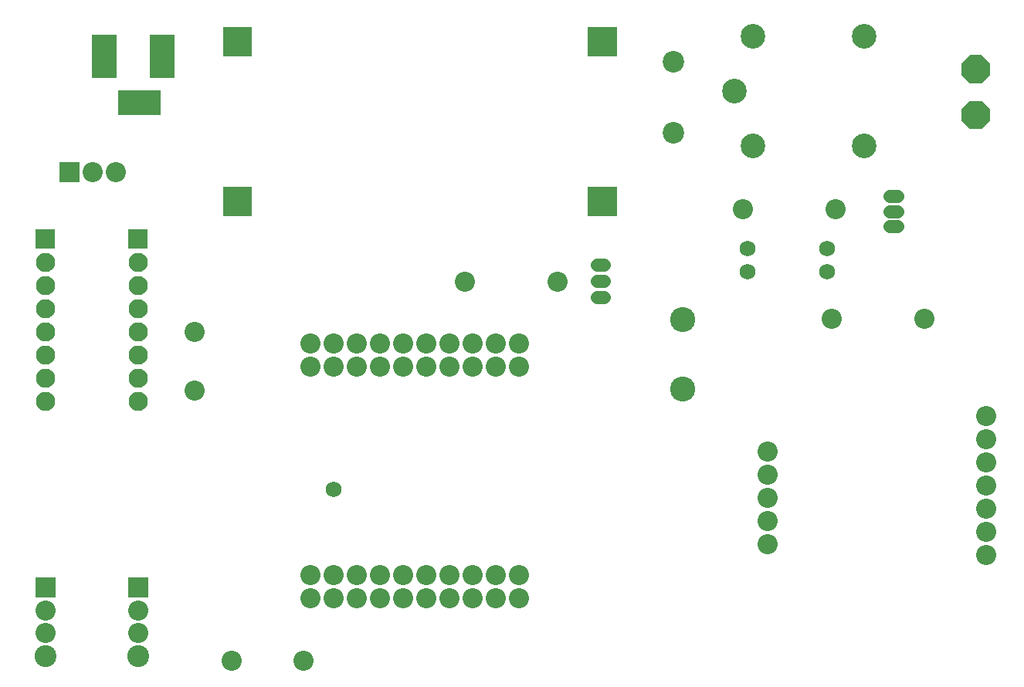
<source format=gbs>
G04 Layer: BottomSolderMaskLayer*
G04 EasyEDA v6.4.19.5, 2021-05-28T19:21:40+07:00*
G04 6e6706e82e5b4a748e8d5c8c40211ff5,daa0c75fb02d462d8576232f80c62aaa,10*
G04 Gerber Generator version 0.2*
G04 Scale: 100 percent, Rotated: No, Reflected: No *
G04 Dimensions in millimeters *
G04 leading zeros omitted , absolute positions ,4 integer and 5 decimal *
%FSLAX45Y45*%
%MOMM*%

%ADD35C,1.4032*%
%ADD36C,2.2032*%
%ADD37C,1.7272*%
%ADD40C,2.7432*%
%ADD41C,2.3622*%
%ADD43C,2.7032*%
%ADD45C,2.2040*%
%ADD46C,2.4032*%
%ADD49C,2.1016*%

%LPD*%
D35*
X10479399Y5943600D02*
G01*
X10399400Y5943600D01*
X10479399Y5778500D02*
G01*
X10399400Y5778500D01*
X10479399Y5613400D02*
G01*
X10399400Y5613400D01*
X7266299Y4838700D02*
G01*
X7186300Y4838700D01*
X7186300Y5016500D02*
G01*
X7266299Y5016500D01*
X7266299Y5194300D02*
G01*
X7186300Y5194300D01*
D36*
G01*
X2781300Y4457700D03*
G01*
X2781300Y3810000D03*
D37*
G01*
X4305300Y2730500D03*
G36*
X1936495Y6835139D02*
G01*
X1936495Y7109460D01*
X2406904Y7109460D01*
X2406904Y6835139D01*
G37*
G36*
X1653539Y7245095D02*
G01*
X1653539Y7715504D01*
X1927860Y7715504D01*
X1927860Y7245095D01*
G37*
G36*
X2288540Y7245095D02*
G01*
X2288540Y7715504D01*
X2562859Y7715504D01*
X2562859Y7245095D01*
G37*
D40*
G01*
X8128000Y3828999D03*
G01*
X8128000Y4590999D03*
D36*
G01*
X9766300Y4597400D03*
G01*
X10782300Y4597400D03*
G01*
X9804400Y5803900D03*
G01*
X8788400Y5803900D03*
G01*
X5740400Y5003800D03*
G01*
X6756400Y5003800D03*
D41*
G01*
X8026400Y6642100D03*
G01*
X8026400Y7416800D03*
G36*
X3088131Y7479792D02*
G01*
X3088131Y7800086D01*
X3408679Y7800086D01*
X3408679Y7479792D01*
G37*
G36*
X3088131Y5729731D02*
G01*
X3088131Y6050279D01*
X3408679Y6050279D01*
X3408679Y5729731D01*
G37*
G36*
X7088124Y7479792D02*
G01*
X7088124Y7800086D01*
X7408672Y7800086D01*
X7408672Y7479792D01*
G37*
G36*
X7088124Y5729731D02*
G01*
X7088124Y6050279D01*
X7408672Y6050279D01*
X7408672Y5729731D01*
G37*
D43*
G01*
X8699500Y7099300D03*
G01*
X8899397Y6499301D03*
G01*
X8899397Y7699298D03*
G01*
X10119385Y7699298D03*
G01*
X10119385Y6499301D03*
D36*
G01*
X11457940Y3530600D03*
G01*
X9065259Y2127757D03*
G01*
X9065259Y3143757D03*
G01*
X9065259Y2889757D03*
G01*
X9065259Y2635757D03*
G01*
X9065259Y2381757D03*
G01*
X11457940Y3276600D03*
G01*
X11457940Y3022600D03*
G01*
X11457940Y2768600D03*
G01*
X11457940Y2514600D03*
G01*
X11457940Y2260600D03*
G01*
X11457940Y2006600D03*
G36*
X11276584Y6679437D02*
G01*
X11185397Y6770623D01*
X11185397Y6899655D01*
X11276584Y6990842D01*
X11405615Y6990842D01*
X11496802Y6899655D01*
X11496802Y6770623D01*
X11405615Y6679437D01*
G37*
G36*
X11276584Y7182358D02*
G01*
X11185397Y7273544D01*
X11185397Y7402576D01*
X11276584Y7493762D01*
X11405615Y7493762D01*
X11496802Y7402576D01*
X11496802Y7273544D01*
X11405615Y7182358D01*
G37*
G36*
X2048763Y1540763D02*
G01*
X2048763Y1761236D01*
X2269236Y1761236D01*
X2269236Y1540763D01*
G37*
D45*
G01*
X2159000Y1400987D03*
D36*
G01*
X2159000Y1151001D03*
D46*
G01*
X2159000Y900988D03*
G36*
X1032763Y1540763D02*
G01*
X1032763Y1761236D01*
X1253236Y1761236D01*
X1253236Y1540763D01*
G37*
D45*
G01*
X1143000Y1400987D03*
D36*
G01*
X1143000Y1151001D03*
D46*
G01*
X1143000Y900988D03*
D37*
G01*
X8838006Y5118100D03*
G01*
X8838006Y5368112D03*
G01*
X9713010Y5118100D03*
G01*
X9713010Y5368112D03*
D36*
G01*
X3187700Y850900D03*
G01*
X3975100Y850900D03*
G01*
X1663700Y6210300D03*
G36*
X1299463Y6100063D02*
G01*
X1299463Y6320536D01*
X1519936Y6320536D01*
X1519936Y6100063D01*
G37*
G01*
X1917700Y6210300D03*
G36*
X1037844Y5368544D02*
G01*
X1037844Y5578855D01*
X1248155Y5578855D01*
X1248155Y5368544D01*
G37*
D49*
G01*
X1143000Y5219700D03*
G01*
X1143000Y4965700D03*
G01*
X1143000Y4711700D03*
G01*
X1143000Y4457700D03*
G01*
X1143000Y4203700D03*
G01*
X1143000Y3949700D03*
G01*
X1143000Y3695700D03*
G36*
X2053843Y5368544D02*
G01*
X2053843Y5578855D01*
X2264156Y5578855D01*
X2264156Y5368544D01*
G37*
G01*
X2159000Y5219700D03*
G01*
X2159000Y4965700D03*
G01*
X2159000Y4711700D03*
G01*
X2159000Y4457700D03*
G01*
X2159000Y4203700D03*
G01*
X2159000Y3949700D03*
G01*
X2159000Y3695700D03*
D36*
G01*
X6337300Y4330700D03*
G01*
X6337300Y1790700D03*
G01*
X6337300Y4076700D03*
G01*
X6337300Y1536700D03*
G01*
X6083300Y4330700D03*
G01*
X6083300Y1790700D03*
G01*
X6083300Y4076700D03*
G01*
X6083300Y1536700D03*
G01*
X5829300Y4330700D03*
G01*
X5829300Y1790700D03*
G01*
X5829300Y4076700D03*
G01*
X5829300Y1536700D03*
G01*
X5575300Y4330700D03*
G01*
X5575300Y1790700D03*
G01*
X5575300Y4076700D03*
G01*
X5575300Y1536700D03*
G01*
X5321300Y4330700D03*
G01*
X5321300Y1790700D03*
G01*
X5321300Y4076700D03*
G01*
X5321300Y1536700D03*
G01*
X5067300Y4330700D03*
G01*
X5067300Y1790700D03*
G01*
X5067300Y4076700D03*
G01*
X5067300Y1536700D03*
G01*
X4813300Y4330700D03*
G01*
X4813300Y1790700D03*
G01*
X4813300Y4076700D03*
G01*
X4813300Y1536700D03*
G01*
X4559300Y4330700D03*
G01*
X4559300Y1790700D03*
G01*
X4559300Y4076700D03*
G01*
X4559300Y1536700D03*
G01*
X4305300Y4330700D03*
G01*
X4305300Y1790700D03*
G01*
X4305300Y4076700D03*
G01*
X4305300Y1536700D03*
G01*
X4051300Y4330700D03*
G01*
X4051300Y1790700D03*
G01*
X4051300Y4076700D03*
G01*
X4051300Y1536700D03*
M02*

</source>
